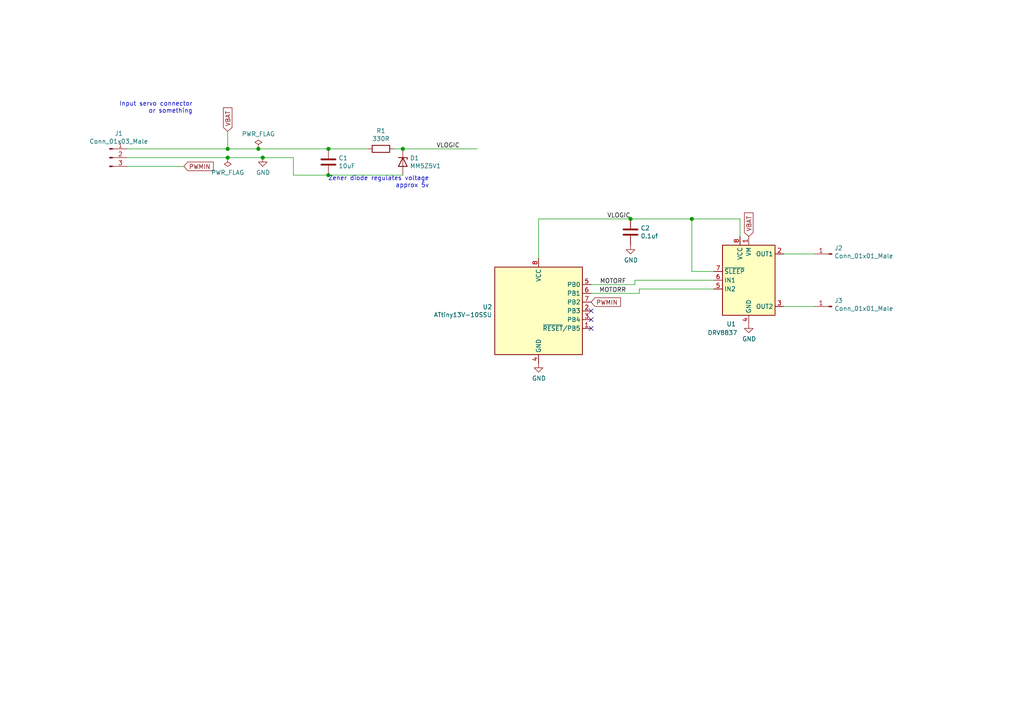
<source format=kicad_sch>
(kicad_sch (version 20200827) (generator eeschema)
  (page 1 1)
  (paper "A4")
  (lib_symbols
    (symbol "Connector:Conn_01x01_Male" (pin_names hide)
      (property "Reference" "J" (at 0 2.54 0))
      (property "Value" "Conn_01x01_Male" (at 0 -2.54 0))
      (symbol "Conn_01x01_Male_1_1"
        (rectangle (start 0.8636 0.127) (end 0 -0.127) (fill (type outline)))
        (polyline (pts (xy 1.27 0) (xy 0.8636 0)))
        (pin passive line (at 5.08 0 180) (length 3.81) (name "Pin_1") (number "1"))
      )
    )
    (symbol "Connector:Conn_01x03_Male" (pin_names (offset 1.016) hide)
      (property "Reference" "J" (at 0 5.08 0))
      (property "Value" "Conn_01x03_Male" (at 0 -5.08 0))
      (symbol "Conn_01x03_Male_1_1"
        (rectangle (start 0.8636 -2.413) (end 0 -2.667) (stroke (width 0.1524)) (fill (type outline)))
        (rectangle (start 0.8636 0.127) (end 0 -0.127) (stroke (width 0.1524)) (fill (type outline)))
        (rectangle (start 0.8636 2.667) (end 0 2.413) (stroke (width 0.1524)) (fill (type outline)))
        (polyline (pts (xy 1.27 -2.54) (xy 0.8636 -2.54)) (stroke (width 0.1524)))
        (polyline (pts (xy 1.27 0) (xy 0.8636 0)) (stroke (width 0.1524)))
        (polyline (pts (xy 1.27 2.54) (xy 0.8636 2.54)) (stroke (width 0.1524)))
        (pin passive line (at 5.08 2.54 180) (length 3.81) (name "Pin_1") (number "1"))
        (pin passive line (at 5.08 0 180) (length 3.81) (name "Pin_2") (number "2"))
        (pin passive line (at 5.08 -2.54 180) (length 3.81) (name "Pin_3") (number "3"))
      )
    )
    (symbol "Device:C" (pin_numbers hide) (pin_names (offset 0.254))
      (property "Reference" "C" (at 0.635 2.54 0))
      (property "Value" "C" (at 0.635 -2.54 0))
      (symbol "C_0_1"
        (polyline (pts (xy -2.032 -0.762) (xy 2.032 -0.762)) (stroke (width 0.508)))
        (polyline (pts (xy -2.032 0.762) (xy 2.032 0.762)) (stroke (width 0.508)))
      )
      (symbol "C_1_1"
        (pin passive line (at 0 3.81 270) (length 2.794) (name "~") (number "1"))
        (pin passive line (at 0 -3.81 90) (length 2.794) (name "~") (number "2"))
      )
    )
    (symbol "Device:C_1" (pin_numbers hide) (pin_names (offset 0.254))
      (property "Reference" "C" (at 0.635 2.54 0))
      (property "Value" "C" (at 0.635 -2.54 0))
      (symbol "C_1_0_1"
        (polyline (pts (xy -2.032 -0.762) (xy 2.032 -0.762)) (stroke (width 0.508)))
        (polyline (pts (xy -2.032 0.762) (xy 2.032 0.762)) (stroke (width 0.508)))
      )
      (symbol "C_1_1_1"
        (pin passive line (at 0 3.81 270) (length 2.794) (name "~") (number "1"))
        (pin passive line (at 0 -3.81 90) (length 2.794) (name "~") (number "2"))
      )
    )
    (symbol "Device:D_Zener" (pin_numbers hide) (pin_names (offset 1.016) hide)
      (property "Reference" "D" (at 0 2.54 0))
      (property "Value" "D_Zener" (at 0 -2.54 0))
      (symbol "D_Zener_0_1"
        (polyline (pts (xy 1.27 0) (xy -1.27 0)))
        (polyline (pts (xy -1.27 -1.27) (xy -1.27 1.27) (xy -0.762 1.27)) (stroke (width 0.254)))
        (polyline (pts (xy 1.27 -1.27) (xy 1.27 1.27) (xy -1.27 0) (xy 1.27 -1.27)) (stroke (width 0.254)))
      )
      (symbol "D_Zener_1_1"
        (pin passive line (at -3.81 0 0) (length 2.54) (name "K") (number "1"))
        (pin passive line (at 3.81 0 180) (length 2.54) (name "A") (number "2"))
      )
    )
    (symbol "Device:R" (pin_numbers hide) (pin_names (offset 0))
      (property "Reference" "R" (at 2.032 0 90))
      (property "Value" "R" (at 0 0 90))
      (symbol "R_0_1"
        (rectangle (start -1.016 -2.54) (end 1.016 2.54) (stroke (width 0.254)))
      )
      (symbol "R_1_1"
        (pin passive line (at 0 3.81 270) (length 1.27) (name "~") (number "1"))
        (pin passive line (at 0 -3.81 90) (length 1.27) (name "~") (number "2"))
      )
    )
    (symbol "Driver_Motor:DRV8837"
      (property "Reference" "U" (at 6.35 11.43 0))
      (property "Value" "DRV8837" (at -10.16 11.43 0))
      (symbol "DRV8837_0_1"
        (rectangle (start -7.62 10.16) (end 7.62 -10.16) (stroke (width 0.254)) (fill (type background)))
      )
      (symbol "DRV8837_1_1"
        (pin power_in line (at 0 12.7 270) (length 2.54) (name "VM") (number "1"))
        (pin output line (at 10.16 7.62 180) (length 2.54) (name "OUT1") (number "2"))
        (pin output line (at 10.16 -7.62 180) (length 2.54) (name "OUT2") (number "3"))
        (pin power_in line (at 0 -12.7 90) (length 2.54) (name "GND") (number "4"))
        (pin input line (at -10.16 -2.54 0) (length 2.54) (name "IN2") (number "5"))
        (pin input line (at -10.16 0 0) (length 2.54) (name "IN1") (number "6"))
        (pin input line (at -10.16 2.54 0) (length 2.54) (name "~SLEEP") (number "7"))
        (pin power_in line (at -2.54 12.7 270) (length 2.54) (name "VCC") (number "8"))
        (pin passive line (at 0 -12.7 90) (length 2.54) hide (name "GND") (number "9"))
      )
    )
    (symbol "MCU_Microchip_ATtiny:ATtiny13V-10SSU"
      (property "Reference" "U" (at -12.7 13.97 0))
      (property "Value" "ATtiny13V-10SSU" (at 2.54 -13.97 0))
      (symbol "ATtiny13V-10SSU_0_1"
        (rectangle (start -12.7 -12.7) (end 12.7 12.7) (stroke (width 0.254)) (fill (type background)))
      )
      (symbol "ATtiny13V-10SSU_1_1"
        (pin bidirectional line (at 15.24 -5.08 180) (length 2.54) (name "~RESET~/PB5") (number "1"))
        (pin bidirectional line (at 15.24 0 180) (length 2.54) (name "PB3") (number "2"))
        (pin bidirectional line (at 15.24 -2.54 180) (length 2.54) (name "PB4") (number "3"))
        (pin power_in line (at 0 -15.24 90) (length 2.54) (name "GND") (number "4"))
        (pin bidirectional line (at 15.24 7.62 180) (length 2.54) (name "PB0") (number "5"))
        (pin bidirectional line (at 15.24 5.08 180) (length 2.54) (name "PB1") (number "6"))
        (pin bidirectional line (at 15.24 2.54 180) (length 2.54) (name "PB2") (number "7"))
        (pin power_in line (at 0 15.24 270) (length 2.54) (name "VCC") (number "8"))
      )
    )
    (symbol "power:GND" (power) (pin_names (offset 0))
      (property "Value" "GND" (at 0 -3.81 0))
      (symbol "GND_0_1"
        (polyline (pts (xy 0 0) (xy 0 -1.27) (xy 1.27 -1.27) (xy 0 -2.54) (xy -1.27 -1.27) (xy 0 -1.27)))
      )
      (symbol "GND_1_1"
        (pin power_in line (at 0 0 270) (length 0) hide (name "GND") (number "1"))
      )
    )
    (symbol "power:PWR_FLAG" (power) (pin_numbers hide) (pin_names (offset 0) hide)
      (property "Value" "PWR_FLAG" (at 0 3.81 0))
      (symbol "PWR_FLAG_0_1"
        (polyline (pts (xy 0 0) (xy 0 1.27) (xy -1.016 1.905) (xy 0 2.54) (xy 1.016 1.905) (xy 0 1.27)))
      )
      (symbol "PWR_FLAG_0_0"
        (pin power_out line (at 0 0 90) (length 0) (name "pwr") (number "1"))
      )
    )
  )
  (junction (at 66.04 43.18) (diameter 1.016))
  (junction (at 66.04 45.72) (diameter 1.016))
  (junction (at 74.93 43.18) (diameter 1.016))
  (junction (at 76.2 45.72) (diameter 1.016))
  (junction (at 95.25 43.18) (diameter 1.016))
  (junction (at 95.25 50.8) (diameter 1.016))
  (junction (at 116.84 43.18) (diameter 1.016))
  (junction (at 182.88 63.5) (diameter 1.016))
  (junction (at 200.66 63.5) (diameter 1.016))
  (no_connect (at 171.45 90.17))
  (no_connect (at 171.45 92.71))
  (no_connect (at 171.45 95.25))
  (wire (pts (xy 36.83 43.18) (xy 66.04 43.18)))
  (wire (pts (xy 36.83 45.72) (xy 66.04 45.72)))
  (wire (pts (xy 36.83 48.26) (xy 53.34 48.26)))
  (wire (pts (xy 66.04 38.1) (xy 66.04 43.18)))
  (wire (pts (xy 66.04 43.18) (xy 74.93 43.18)))
  (wire (pts (xy 66.04 45.72) (xy 76.2 45.72)))
  (wire (pts (xy 74.93 43.18) (xy 95.25 43.18)))
  (wire (pts (xy 76.2 45.72) (xy 85.09 45.72)))
  (wire (pts (xy 85.09 45.72) (xy 85.09 50.8)))
  (wire (pts (xy 85.09 50.8) (xy 95.25 50.8)))
  (wire (pts (xy 95.25 43.18) (xy 106.68 43.18)))
  (wire (pts (xy 95.25 50.8) (xy 116.84 50.8)))
  (wire (pts (xy 114.3 43.18) (xy 116.84 43.18)))
  (wire (pts (xy 116.84 43.18) (xy 138.43 43.18)))
  (wire (pts (xy 156.21 63.5) (xy 182.88 63.5)))
  (wire (pts (xy 156.21 74.93) (xy 156.21 63.5)))
  (wire (pts (xy 171.45 82.55) (xy 184.15 82.55)))
  (wire (pts (xy 171.45 85.09) (xy 185.42 85.09)))
  (wire (pts (xy 182.88 63.5) (xy 200.66 63.5)))
  (wire (pts (xy 184.15 81.28) (xy 207.01 81.28)))
  (wire (pts (xy 184.15 82.55) (xy 184.15 81.28)))
  (wire (pts (xy 185.42 83.82) (xy 207.01 83.82)))
  (wire (pts (xy 185.42 85.09) (xy 185.42 83.82)))
  (wire (pts (xy 200.66 63.5) (xy 214.63 63.5)))
  (wire (pts (xy 200.66 78.74) (xy 200.66 63.5)))
  (wire (pts (xy 207.01 78.74) (xy 200.66 78.74)))
  (wire (pts (xy 214.63 63.5) (xy 214.63 68.58)))
  (wire (pts (xy 227.33 73.66) (xy 236.22 73.66)))
  (wire (pts (xy 227.33 88.9) (xy 236.22 88.9)))
  (text "Input servo connector\nor something" (at 55.88 33.02 180) (effects (font (size 1.27 1.27)) (justify right bottom)))
  (text "Zener diode regulates voltage\napprox 5v" (at 124.46 54.61 180) (effects (font (size 1.27 1.27)) (justify right bottom)))
  (label "VLOGIC" (at 133.35 43.18 180))
  (label "MOTORF" (at 181.61 82.55 180))
  (label "MOTORR" (at 181.61 85.09 180))
  (label "VLOGIC" (at 182.88 63.5 180))
  (global_label "PWMIN" (shape input) (at 53.34 48.26 0))
  (global_label "VBAT" (shape input) (at 66.04 38.1 90))
  (global_label "PWMIN" (shape input) (at 171.45 87.63 0))
  (global_label "VBAT" (shape input) (at 217.17 68.58 90))
  (symbol (lib_id "power:PWR_FLAG") (at 66.04 45.72 180) (unit 1)
    (property "Reference" "#FLG0101" (effects hide))
    (property "Value" "PWR_FLAG" (at 66.04 50.0444 0))
  )
  (symbol (lib_id "power:PWR_FLAG") (at 74.93 43.18 0) (unit 1)
    (property "Reference" "#FLG0102" (effects hide))
    (property "Value" "PWR_FLAG" (at 74.93 38.8556 0))
  )
  (symbol (lib_id "power:GND") (at 76.2 45.72 0) (unit 1)
    (property "Reference" "#PWR0104" (effects hide))
    (property "Value" "GND" (at 76.3143 50.0444 0))
  )
  (symbol (lib_id "power:GND") (at 156.21 105.41 0) (unit 1)
    (property "Reference" "#PWR0101" (effects hide))
    (property "Value" "GND" (at 156.3243 109.7344 0))
  )
  (symbol (lib_id "power:GND") (at 182.88 71.12 0) (unit 1)
    (property "Reference" "#PWR0103" (effects hide))
    (property "Value" "GND" (at 182.9943 75.4444 0))
  )
  (symbol (lib_id "power:GND") (at 217.17 93.98 0) (unit 1)
    (property "Reference" "#PWR0102" (effects hide))
    (property "Value" "GND" (at 217.2843 98.3044 0))
  )
  (symbol (lib_id "Connector:Conn_01x01_Male") (at 241.3 73.66 180) (unit 1)
    (property "Reference" "J2" (at 242.0113 71.9518 0) (effects (justify right)))
    (property "Value" "Conn_01x01_Male" (at 242.0113 74.2505 0) (effects (justify right)))
    (property "Footprint" "motorback:motorpad" (effects hide))
  )
  (symbol (lib_id "Connector:Conn_01x01_Male") (at 241.3 88.9 180) (unit 1)
    (property "Reference" "J3" (at 242.0113 87.1918 0) (effects (justify right)))
    (property "Value" "Conn_01x01_Male" (at 242.0113 89.4905 0) (effects (justify right)))
    (property "Footprint" "motorback:motorpad" (effects hide))
  )
  (symbol (lib_id "Device:R") (at 110.49 43.18 90) (unit 1)
    (property "Reference" "R1" (at 110.49 37.9538 90))
    (property "Value" "330R" (at 110.49 40.252 90))
    (property "Footprint" "Resistor_SMD:R_0603_1608Metric" (effects hide))
  )
  (symbol (lib_id "Device:D_Zener") (at 116.84 46.99 270) (unit 1)
    (property "Reference" "D1" (at 118.8721 45.8406 90) (effects (justify left)))
    (property "Value" "MM5Z5V1" (at 118.872 48.139 90) (effects (justify left)))
    (property "Footprint" "Diode_SMD:D_SOD-523" (effects hide))
    (property "LCSC" "C55848" (effects hide))
  )
  (symbol (lib_id "Device:C") (at 95.25 46.99 0) (unit 1)
    (property "Reference" "C1" (at 98.1711 45.8406 0) (effects (justify left)))
    (property "Value" "10uF" (at 98.1711 48.1393 0) (effects (justify left)))
    (property "Footprint" "Capacitor_SMD:C_0603_1608Metric" (effects hide))
  )
  (symbol (lib_name "Device:C_1") (lib_id "Device:C") (at 182.88 67.31 0) (unit 1)
    (property "Reference" "C2" (at 185.8011 66.1606 0) (effects (justify left)))
    (property "Value" "0.1uf" (at 185.8011 68.4593 0) (effects (justify left)))
    (property "Footprint" "Capacitor_SMD:C_0603_1608Metric" (effects hide))
  )
  (symbol (lib_id "Connector:Conn_01x03_Male") (at 31.75 45.72 0) (unit 1)
    (property "Reference" "J1" (at 34.4424 38.7158 0))
    (property "Value" "Conn_01x03_Male" (at 34.4424 41.0145 0))
    (property "Footprint" "Connector_JST:JST_SH_SM03B-SRSS-TB_1x03-1MP_P1.00mm_Horizontal" (effects hide))
  )
  (symbol (lib_id "Driver_Motor:DRV8837") (at 217.17 81.28 0) (unit 1)
    (property "Reference" "U1" (at 212.09 93.98 0))
    (property "Value" "DRV8837" (at 209.55 96.52 0))
    (property "Footprint" "motorback:drv8837_custom" (effects hide))
    (property "Datasheet" "http://www.ti.com/lit/ds/symlink/drv8837.pdf" (effects hide))
  )
  (symbol (lib_id "MCU_Microchip_ATtiny:ATtiny13V-10SSU") (at 156.21 90.17 0) (unit 1)
    (property "Reference" "U2" (at 142.748 89.0206 0) (effects (justify right)))
    (property "Value" "ATtiny13V-10SSU" (at 142.748 91.3193 0) (effects (justify right)))
    (property "Footprint" "Package_SO:SOIC-8_3.9x4.9mm_P1.27mm" (effects hide))
    (property "Datasheet" "http://ww1.microchip.com/downloads/en/DeviceDoc/doc2535.pdf" (effects hide))
  )
)
</source>
